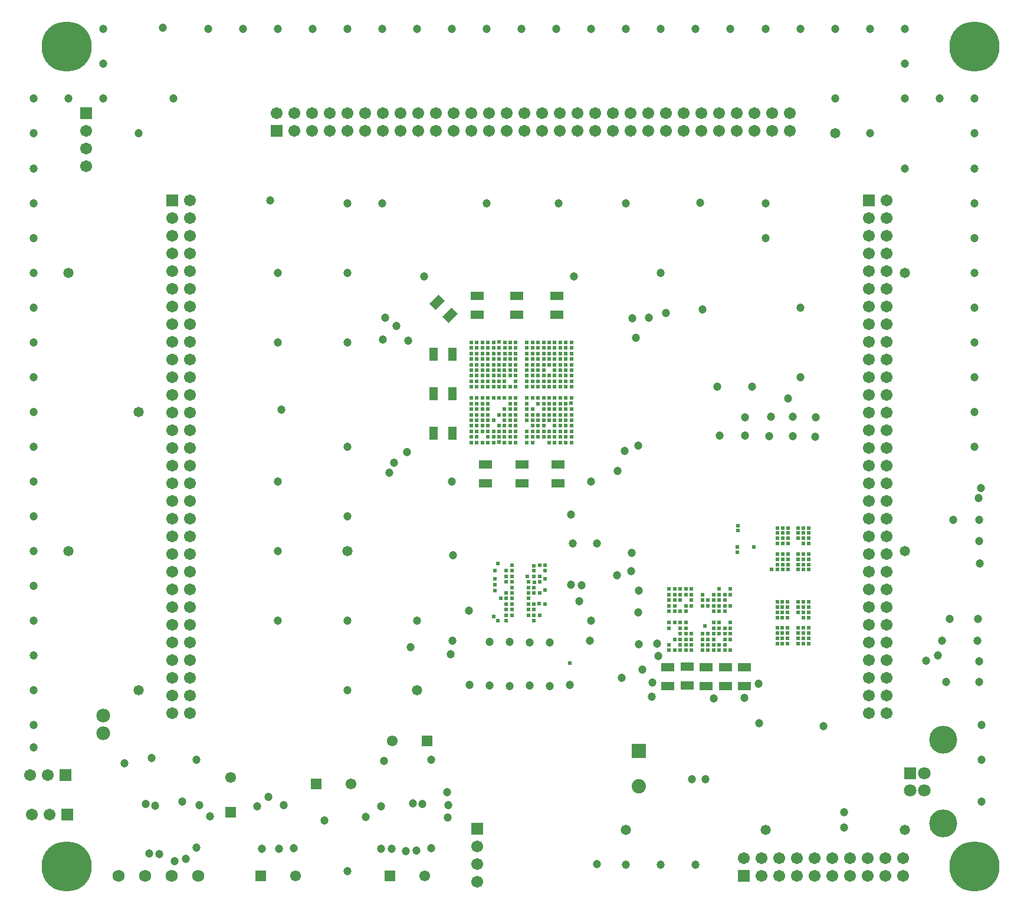
<source format=gbs>
%FSLAX44Y44*%
%MOMM*%
G71*
G01*
G75*
G04 Layer_Color=16711935*
%ADD10R,2.0000X4.0000*%
%ADD11R,0.4500X2.0000*%
%ADD12R,1.1000X1.7000*%
%ADD13C,0.4000*%
%ADD14R,1.7000X1.1000*%
%ADD15R,2.6000X1.1000*%
%ADD16R,1.5000X1.5000*%
%ADD17C,0.3600*%
%ADD18C,0.3000*%
%ADD19R,1.1000X2.6000*%
%ADD20R,0.6000X1.1500*%
%ADD21R,1.1500X0.7500*%
%ADD22R,2.0000X2.0000*%
%ADD23C,2.0000*%
%ADD24C,0.2540*%
%ADD25C,0.3048*%
%ADD26C,0.1000*%
%ADD27C,1.0000*%
%ADD28C,0.4000*%
%ADD29C,2.0000*%
%ADD30C,0.5080*%
%ADD31C,0.2000*%
%ADD32C,0.5000*%
%ADD33C,1.5240*%
%ADD34C,1.5000*%
%ADD35R,1.5000X1.5000*%
%ADD36C,3.8000*%
%ADD37C,1.6000*%
%ADD38R,1.6000X1.6000*%
%ADD39R,1.8500X1.8500*%
%ADD40C,1.8500*%
%ADD41R,1.3500X1.3500*%
%ADD42C,1.3500*%
%ADD43R,1.3500X1.3500*%
%ADD44C,1.7780*%
%ADD45C,1.0000*%
%ADD46C,1.2700*%
%ADD47C,7.0000*%
%ADD48C,1.0160*%
%ADD49C,1.1620*%
%ADD50C,1.3000*%
%ADD51C,2.7000*%
%ADD52C,1.3200*%
%ADD53C,1.2000*%
%ADD54C,1.6700*%
%ADD55C,0.9000*%
%ADD56C,0.6500*%
%ADD57C,5.4000*%
%ADD58C,0.3000*%
%ADD59C,0.0025*%
G04:AMPARAMS|DCode=60|XSize=1.7mm|YSize=1.1mm|CornerRadius=0mm|HoleSize=0mm|Usage=FLASHONLY|Rotation=225.000|XOffset=0mm|YOffset=0mm|HoleType=Round|Shape=Rectangle|*
%AMROTATEDRECTD60*
4,1,4,0.2121,0.9900,0.9900,0.2121,-0.2121,-0.9900,-0.9900,-0.2121,0.2121,0.9900,0.0*
%
%ADD60ROTATEDRECTD60*%

%ADD61C,3.0000*%
%ADD62C,0.2500*%
%ADD63C,0.1270*%
%ADD64C,0.1524*%
%ADD65C,0.2032*%
%ADD66R,2.2032X4.2032*%
%ADD67R,0.6532X2.2032*%
%ADD68R,1.3032X1.9032*%
%ADD69C,0.6032*%
%ADD70R,1.9032X1.3032*%
%ADD71R,2.8032X1.3032*%
%ADD72R,1.7032X1.7032*%
%ADD73C,0.4800*%
%ADD74C,0.5032*%
%ADD75R,1.3032X2.8032*%
%ADD76R,0.8032X1.3532*%
%ADD77R,1.3532X0.9532*%
%ADD78R,2.2032X2.2032*%
%ADD79C,2.2032*%
%ADD80C,0.4200*%
%ADD81C,1.7272*%
%ADD82C,1.7032*%
%ADD83R,1.7032X1.7032*%
%ADD84C,4.0032*%
%ADD85C,1.8032*%
%ADD86R,1.8032X1.8032*%
%ADD87R,2.0532X2.0532*%
%ADD88C,2.0532*%
%ADD89R,1.5532X1.5532*%
%ADD90C,1.5532*%
%ADD91R,1.5532X1.5532*%
%ADD92C,1.9812*%
%ADD93C,1.2032*%
%ADD94C,1.4732*%
%ADD95C,7.2032*%
G04:AMPARAMS|DCode=96|XSize=1.9032mm|YSize=1.3032mm|CornerRadius=0mm|HoleSize=0mm|Usage=FLASHONLY|Rotation=225.000|XOffset=0mm|YOffset=0mm|HoleType=Round|Shape=Rectangle|*
%AMROTATEDRECTD96*
4,1,4,0.2121,1.1336,1.1336,0.2121,-0.2121,-1.1336,-1.1336,-0.2121,0.2121,1.1336,0.0*
%
%ADD96ROTATEDRECTD96*%

D68*
X1150750Y769750D02*
D03*
X1123750D02*
D03*
X1150750Y826375D02*
D03*
X1123750D02*
D03*
X1150750Y883000D02*
D03*
X1123750D02*
D03*
D69*
X1560250Y630000D02*
D03*
Y636500D02*
D03*
X1560000Y606000D02*
D03*
Y598500D02*
D03*
X1583250Y606000D02*
D03*
X1608750Y573500D02*
D03*
X1624750Y573500D02*
D03*
X1477750Y457500D02*
D03*
X1321680Y772040D02*
D03*
X1632250Y573500D02*
D03*
X1477750Y465500D02*
D03*
X1321680Y780040D02*
D03*
X1617250Y633500D02*
D03*
X1461750Y489500D02*
D03*
X1305680Y796040D02*
D03*
X1647250Y596000D02*
D03*
X1461750Y497500D02*
D03*
X1297680Y772040D02*
D03*
X1647250Y573500D02*
D03*
X1485750Y473500D02*
D03*
X1321680Y788040D02*
D03*
X1662250Y633500D02*
D03*
X1469750Y497500D02*
D03*
X1305680Y772040D02*
D03*
X1485750Y497500D02*
D03*
X1289680Y804040D02*
D03*
X1624500Y467250D02*
D03*
X1632000D02*
D03*
X1617000Y527250D02*
D03*
X1662000D02*
D03*
X1647000Y467250D02*
D03*
Y489750D02*
D03*
X1265680Y780040D02*
D03*
X1233680Y772040D02*
D03*
X1241680D02*
D03*
X1265680Y764040D02*
D03*
Y756040D02*
D03*
X1257680D02*
D03*
X1241680Y780040D02*
D03*
X1273680D02*
D03*
X1281680D02*
D03*
X1273680Y788040D02*
D03*
Y796040D02*
D03*
X1233680Y764040D02*
D03*
X1225680D02*
D03*
Y772040D02*
D03*
X1241680Y764040D02*
D03*
X1193680Y756040D02*
D03*
X1233680Y780040D02*
D03*
X1225680D02*
D03*
X1217680D02*
D03*
X1209680Y788040D02*
D03*
X1241680Y796040D02*
D03*
X1233680Y804040D02*
D03*
Y812040D02*
D03*
X1225680Y804040D02*
D03*
X1241680Y820040D02*
D03*
X1233680Y788040D02*
D03*
X1305680Y852040D02*
D03*
X1321680D02*
D03*
Y868040D02*
D03*
X1313680Y852040D02*
D03*
Y836040D02*
D03*
X1297680Y852040D02*
D03*
X1525750Y529500D02*
D03*
X1509750Y521500D02*
D03*
X1493750D02*
D03*
X1485750D02*
D03*
X1517750D02*
D03*
Y529500D02*
D03*
X1525750Y537500D02*
D03*
X1493750Y529500D02*
D03*
Y537500D02*
D03*
Y545500D02*
D03*
X1533750Y489500D02*
D03*
X1525750Y465500D02*
D03*
X1305680Y844040D02*
D03*
X1289680Y836040D02*
D03*
Y812040D02*
D03*
X1265680Y788040D02*
D03*
X1289680Y820040D02*
D03*
Y788040D02*
D03*
X1321220Y812500D02*
D03*
X1193680Y860040D02*
D03*
Y852040D02*
D03*
Y844040D02*
D03*
X1185680Y860040D02*
D03*
Y852040D02*
D03*
Y844040D02*
D03*
X1177680Y860040D02*
D03*
Y852040D02*
D03*
Y844040D02*
D03*
Y836040D02*
D03*
X1209680Y852040D02*
D03*
X1201680D02*
D03*
X1193680Y836040D02*
D03*
X1185680D02*
D03*
X1201680D02*
D03*
X1185680Y812040D02*
D03*
Y804040D02*
D03*
X1177680D02*
D03*
Y796040D02*
D03*
Y788040D02*
D03*
Y780040D02*
D03*
Y772040D02*
D03*
Y812040D02*
D03*
X1185680Y788040D02*
D03*
X1177680Y764040D02*
D03*
Y756040D02*
D03*
Y820040D02*
D03*
Y876040D02*
D03*
Y868040D02*
D03*
X1225680Y820040D02*
D03*
X1201680Y844040D02*
D03*
X1177680Y884040D02*
D03*
X1185680D02*
D03*
Y820040D02*
D03*
X1193680Y868040D02*
D03*
Y820040D02*
D03*
X1201680Y868040D02*
D03*
Y820040D02*
D03*
X1193680Y876040D02*
D03*
X1209680Y860040D02*
D03*
X1193680Y812040D02*
D03*
X1217680Y860040D02*
D03*
X1201680Y812040D02*
D03*
X1185680Y868040D02*
D03*
X1193680Y804040D02*
D03*
X1217680Y852040D02*
D03*
X1185680Y796040D02*
D03*
X1193680Y788040D02*
D03*
X1185680Y780040D02*
D03*
X1209680Y844040D02*
D03*
X1217680D02*
D03*
X1185680Y772040D02*
D03*
X1193680Y796040D02*
D03*
X1201680D02*
D03*
X1217680Y836040D02*
D03*
X1225680Y844040D02*
D03*
X1185680Y764040D02*
D03*
X1193680Y780040D02*
D03*
X1217680Y820040D02*
D03*
X1226310Y892044D02*
D03*
X1509750Y473500D02*
D03*
X1297680Y756040D02*
D03*
Y836040D02*
D03*
X1281680D02*
D03*
X1297680Y780040D02*
D03*
X1265680Y804040D02*
D03*
X1297680Y764040D02*
D03*
X1281680D02*
D03*
X1273680Y868040D02*
D03*
X1281680Y852040D02*
D03*
X1273680D02*
D03*
X1297680Y884040D02*
D03*
Y892040D02*
D03*
Y900040D02*
D03*
X1289680D02*
D03*
X1281680Y892040D02*
D03*
X1233680Y900040D02*
D03*
X1225680Y860040D02*
D03*
X1217680Y868040D02*
D03*
Y876040D02*
D03*
X1193680Y892040D02*
D03*
X1209680Y884040D02*
D03*
X1233680Y796040D02*
D03*
X1225680D02*
D03*
X1217680D02*
D03*
X1313680Y900040D02*
D03*
X1305680D02*
D03*
Y892040D02*
D03*
X1313680Y876040D02*
D03*
X1289680Y892040D02*
D03*
X1241680Y900040D02*
D03*
X1289680Y884040D02*
D03*
X1305680Y868040D02*
D03*
X1233680Y892040D02*
D03*
X1217680Y884040D02*
D03*
X1305680Y860040D02*
D03*
X1289680Y876040D02*
D03*
X1265680Y884040D02*
D03*
X1233680D02*
D03*
X1257680D02*
D03*
X1241680D02*
D03*
X1297680Y860040D02*
D03*
X1233680Y876040D02*
D03*
X1257680D02*
D03*
X1225680Y868040D02*
D03*
X1289680Y852040D02*
D03*
X1265680Y868040D02*
D03*
X1233680D02*
D03*
X1289680Y844040D02*
D03*
X1257680Y868040D02*
D03*
X1273680Y860040D02*
D03*
X1265680D02*
D03*
X1233680D02*
D03*
X1281680Y844040D02*
D03*
X1265680Y852040D02*
D03*
X1233680D02*
D03*
X1273680Y844040D02*
D03*
X1257680Y852040D02*
D03*
X1477750Y497500D02*
D03*
X1493750Y473500D02*
D03*
Y465500D02*
D03*
X1321680Y900040D02*
D03*
X1177680D02*
D03*
X1185680Y756040D02*
D03*
Y892040D02*
D03*
Y876040D02*
D03*
X1193680Y884040D02*
D03*
X1209680Y764040D02*
D03*
X1201680Y884040D02*
D03*
X1297680Y876040D02*
D03*
X1201680D02*
D03*
X1241680Y892040D02*
D03*
X1209680Y876040D02*
D03*
X1297680Y868040D02*
D03*
X1201680Y788040D02*
D03*
Y860040D02*
D03*
X1209680Y868040D02*
D03*
X1201680Y804040D02*
D03*
X1241680Y876040D02*
D03*
X1225680Y788040D02*
D03*
X1281680Y860040D02*
D03*
X1241680Y868040D02*
D03*
X1209680Y836040D02*
D03*
Y820040D02*
D03*
X1225680Y852040D02*
D03*
X1241680D02*
D03*
X1225680Y836040D02*
D03*
X1273680Y820040D02*
D03*
X1257680Y804040D02*
D03*
X1265680Y844040D02*
D03*
X1257680D02*
D03*
X1241680D02*
D03*
X1265680Y836040D02*
D03*
X1233680D02*
D03*
X1265680Y820040D02*
D03*
X1233680D02*
D03*
X1257680Y812040D02*
D03*
Y836040D02*
D03*
Y820040D02*
D03*
X1509750Y481500D02*
D03*
X1525750Y497500D02*
D03*
X1485750Y489500D02*
D03*
X1525750Y513500D02*
D03*
X1517750Y481500D02*
D03*
X1525750Y489500D02*
D03*
Y521500D02*
D03*
X1533750Y497500D02*
D03*
X1477750Y489500D02*
D03*
Y481500D02*
D03*
X1509750Y465500D02*
D03*
X1517750D02*
D03*
X1485750D02*
D03*
X1469750Y473500D02*
D03*
X1509750Y457500D02*
D03*
X1533750Y465500D02*
D03*
X1493750Y457500D02*
D03*
X1517750D02*
D03*
X1525750D02*
D03*
X1541750Y537500D02*
D03*
Y465500D02*
D03*
X1533750Y457500D02*
D03*
X1461750Y465500D02*
D03*
X1469750Y457500D02*
D03*
X1541750D02*
D03*
X1549750Y545500D02*
D03*
Y457500D02*
D03*
X1201680Y764040D02*
D03*
Y772040D02*
D03*
Y780040D02*
D03*
X1289680Y868040D02*
D03*
X1241680Y836040D02*
D03*
X1321680Y892040D02*
D03*
X1305680Y884040D02*
D03*
X1313680Y892040D02*
D03*
Y868040D02*
D03*
X1305680Y876040D02*
D03*
X1313680Y884040D02*
D03*
X1485750Y457500D02*
D03*
X1549750Y497500D02*
D03*
X1461750Y457500D02*
D03*
X1265680Y796040D02*
D03*
X1313680Y772040D02*
D03*
X1177680Y892040D02*
D03*
X1193680Y772040D02*
D03*
X1265680Y892040D02*
D03*
X1281680Y884040D02*
D03*
Y900040D02*
D03*
X1257680Y892040D02*
D03*
Y900040D02*
D03*
X1265680D02*
D03*
X1273680D02*
D03*
Y892040D02*
D03*
Y884040D02*
D03*
Y876040D02*
D03*
X1265680D02*
D03*
X1281680D02*
D03*
Y868040D02*
D03*
X1313680Y780040D02*
D03*
X1226310Y876043D02*
D03*
Y884043D02*
D03*
Y900044D02*
D03*
X1217680Y892040D02*
D03*
X1185680Y900040D02*
D03*
X1201680Y892040D02*
D03*
X1193680Y900040D02*
D03*
X1201680D02*
D03*
X1209680D02*
D03*
Y892040D02*
D03*
X1313680Y820040D02*
D03*
X1297680D02*
D03*
Y796040D02*
D03*
X1313680D02*
D03*
X1321680Y756040D02*
D03*
Y764040D02*
D03*
X1477750Y473500D02*
D03*
X1493750Y481500D02*
D03*
X1485750D02*
D03*
X1233680Y756040D02*
D03*
X1281680Y772040D02*
D03*
X1273680D02*
D03*
Y764040D02*
D03*
X1257680D02*
D03*
X1265680Y772040D02*
D03*
X1257680Y772038D02*
D03*
Y860040D02*
D03*
X1241680D02*
D03*
X1217680Y772040D02*
D03*
X1201680Y756040D02*
D03*
X1225680D02*
D03*
X1241680D02*
D03*
X1209680D02*
D03*
Y772040D02*
D03*
X1217680Y764040D02*
D03*
Y756500D02*
D03*
X1241680Y812040D02*
D03*
X1257680Y788040D02*
D03*
X1241680D02*
D03*
X1257680Y796040D02*
D03*
X1241680Y804040D02*
D03*
X1217750Y900250D02*
D03*
X1268000Y564000D02*
D03*
X1260000Y556000D02*
D03*
X1276000D02*
D03*
X1212000Y572000D02*
D03*
X1228000Y564000D02*
D03*
X1236000Y556000D02*
D03*
X1284000Y572000D02*
D03*
X1268000D02*
D03*
X1236000D02*
D03*
X1236000Y524000D02*
D03*
X1228000D02*
D03*
X1236000Y516000D02*
D03*
X1228000D02*
D03*
X1236000Y508000D02*
D03*
X1228000D02*
D03*
X1228000Y500000D02*
D03*
X1268000Y524000D02*
D03*
X1260000Y524000D02*
D03*
Y516000D02*
D03*
X1268000Y516000D02*
D03*
X1260000Y508000D02*
D03*
X1268000Y508000D02*
D03*
Y500000D02*
D03*
X1228000Y532000D02*
D03*
Y540000D02*
D03*
X1236000D02*
D03*
X1220000Y532000D02*
D03*
X1216000Y500000D02*
D03*
X1260000Y532000D02*
D03*
Y540000D02*
D03*
X1268000D02*
D03*
Y548000D02*
D03*
X1276000Y540000D02*
D03*
X1284000Y544000D02*
D03*
Y560000D02*
D03*
Y580000D02*
D03*
X1236000Y548000D02*
D03*
X1211500Y543750D02*
D03*
X1258500Y563750D02*
D03*
X1236000Y532000D02*
D03*
X1276250Y507750D02*
D03*
X1284000Y524000D02*
D03*
X1210250Y506250D02*
D03*
X1227750Y555750D02*
D03*
X1216000Y582500D02*
D03*
X1236000Y580000D02*
D03*
X1227750Y571750D02*
D03*
X1275500Y524500D02*
D03*
X1268750Y555250D02*
D03*
X1267250Y579250D02*
D03*
X1259750Y548000D02*
D03*
X1212000Y552000D02*
D03*
Y560000D02*
D03*
X1275750Y579750D02*
D03*
X1276000Y564000D02*
D03*
X1662250Y596000D02*
D03*
X1617250Y573500D02*
D03*
X1662000Y504750D02*
D03*
X1617000D02*
D03*
X1662000Y489750D02*
D03*
X1617000D02*
D03*
X1654500Y474750D02*
D03*
X1662000Y467250D02*
D03*
X1617000D02*
D03*
X1624750Y633500D02*
D03*
X1624500Y527250D02*
D03*
X1533750Y537500D02*
D03*
X1297680Y804040D02*
D03*
X1632250Y633500D02*
D03*
X1632000Y527250D02*
D03*
X1533750Y545500D02*
D03*
X1647250Y633500D02*
D03*
X1647000Y527250D02*
D03*
X1321680Y820040D02*
D03*
X1541750Y529500D02*
D03*
X1654750Y633500D02*
D03*
X1654500Y527250D02*
D03*
X1281680Y820040D02*
D03*
X1549750Y521500D02*
D03*
X1617250Y626000D02*
D03*
X1617000Y519750D02*
D03*
X1313680Y812040D02*
D03*
X1461750Y545500D02*
D03*
X1624750Y626000D02*
D03*
X1624500Y519750D02*
D03*
X1321680Y876040D02*
D03*
X1509750Y537500D02*
D03*
X1632250Y626000D02*
D03*
X1632000Y519750D02*
D03*
X1305680Y820040D02*
D03*
X1533750Y521500D02*
D03*
X1647250Y626000D02*
D03*
X1647000Y519750D02*
D03*
X1281680Y812040D02*
D03*
X1533750Y529500D02*
D03*
X1662250Y626000D02*
D03*
X1662000Y519750D02*
D03*
X1305680Y788040D02*
D03*
X1461750Y513500D02*
D03*
X1617250Y618500D02*
D03*
X1617000Y512250D02*
D03*
X1469750Y537500D02*
D03*
X1297680Y812040D02*
D03*
X1624750Y618500D02*
D03*
X1624500Y512250D02*
D03*
X1469750Y545500D02*
D03*
X1305680Y812040D02*
D03*
X1632250Y618500D02*
D03*
X1632000Y512250D02*
D03*
X1485750Y513500D02*
D03*
X1305680Y780040D02*
D03*
X1647250Y618500D02*
D03*
X1647000Y512250D02*
D03*
X1273680Y836040D02*
D03*
X1541750Y521500D02*
D03*
X1654750Y618500D02*
D03*
X1654500Y512250D02*
D03*
X1273680Y812040D02*
D03*
X1477750Y513500D02*
D03*
X1662250Y618500D02*
D03*
X1662000Y512250D02*
D03*
X1469750Y513500D02*
D03*
X1281680Y788040D02*
D03*
X1617250Y611000D02*
D03*
X1624750D02*
D03*
X1624500Y504750D02*
D03*
X1313680Y844040D02*
D03*
X1477750Y545500D02*
D03*
X1632250Y611000D02*
D03*
X1632000Y504750D02*
D03*
X1654750Y611000D02*
D03*
X1654500Y504750D02*
D03*
X1313680Y788040D02*
D03*
X1461750Y521500D02*
D03*
X1662250Y611000D02*
D03*
X1617250Y596000D02*
D03*
X1624750D02*
D03*
X1624500Y489750D02*
D03*
X1305680Y836040D02*
D03*
X1477750Y537500D02*
D03*
X1632250Y596000D02*
D03*
X1632000Y489750D02*
D03*
X1321680Y836040D02*
D03*
X1541750Y513500D02*
D03*
X1654750Y596000D02*
D03*
X1654500Y489750D02*
D03*
X1469750Y521500D02*
D03*
X1297680Y788040D02*
D03*
X1617250Y588500D02*
D03*
X1617000Y482250D02*
D03*
X1313680Y860040D02*
D03*
X1477750Y529500D02*
D03*
X1624750Y588500D02*
D03*
X1624500Y482250D02*
D03*
X1297680Y844040D02*
D03*
X1485750Y545500D02*
D03*
X1632250Y588500D02*
D03*
X1632000Y482250D02*
D03*
X1321680Y844040D02*
D03*
X1533750Y513500D02*
D03*
X1647250Y588500D02*
D03*
X1647000Y482250D02*
D03*
X1549750Y489500D02*
D03*
X1321680Y804040D02*
D03*
X1654750Y588500D02*
D03*
X1654500Y482250D02*
D03*
X1281680Y804040D02*
D03*
X1461750Y529500D02*
D03*
X1662250Y588500D02*
D03*
X1662000Y482250D02*
D03*
X1313680Y804040D02*
D03*
X1469750Y529500D02*
D03*
X1617250Y581000D02*
D03*
X1617000Y474750D02*
D03*
X1321680Y860040D02*
D03*
X1485750Y537500D02*
D03*
X1624750Y581000D02*
D03*
X1632250D02*
D03*
X1632000Y474750D02*
D03*
X1289680Y796040D02*
D03*
X1541750Y489500D02*
D03*
X1647250Y581000D02*
D03*
X1647000Y474750D02*
D03*
X1321680Y796040D02*
D03*
X1525750Y473500D02*
D03*
X1654750Y581000D02*
D03*
X1662250D02*
D03*
X1662000Y474750D02*
D03*
X1305680Y804040D02*
D03*
X1461750Y537500D02*
D03*
X1517750Y473500D02*
D03*
X1281680Y796040D02*
D03*
X1654750Y573500D02*
D03*
X1654500Y467250D02*
D03*
X1321680Y884040D02*
D03*
X1509750Y529500D02*
D03*
X1662250Y573500D02*
D03*
X1549750Y537500D02*
D03*
X1513500Y492750D02*
D03*
X1289680Y756040D02*
D03*
X1305720Y756000D02*
D03*
X1313680Y756040D02*
D03*
Y764040D02*
D03*
X1305680D02*
D03*
X1289680D02*
D03*
Y772040D02*
D03*
X1533750Y481500D02*
D03*
X1549750D02*
D03*
X1541750D02*
D03*
X1549750Y473500D02*
D03*
X1541750D02*
D03*
X1525750Y481500D02*
D03*
X1236750Y564000D02*
D03*
X1654750Y626000D02*
D03*
X1654500Y519750D02*
D03*
X1319000Y439250D02*
D03*
X1624500Y474750D02*
D03*
D70*
X1460000Y433500D02*
D03*
Y406500D02*
D03*
X1515125Y433500D02*
D03*
Y406500D02*
D03*
X1570250Y433500D02*
D03*
Y406500D02*
D03*
X1186000Y940000D02*
D03*
Y967000D02*
D03*
X1243250Y940000D02*
D03*
Y967000D02*
D03*
X1300500Y940000D02*
D03*
Y967000D02*
D03*
X1302500Y724250D02*
D03*
Y697250D02*
D03*
X1250500Y724250D02*
D03*
Y697250D02*
D03*
X1198500Y724250D02*
D03*
Y697250D02*
D03*
X1542500Y406000D02*
D03*
Y433000D02*
D03*
X1487750Y406750D02*
D03*
Y433750D02*
D03*
D72*
X1569000Y134000D02*
D03*
X898760Y1203960D02*
D03*
X595750Y278000D02*
D03*
X598000Y221500D02*
D03*
D81*
X671750Y133500D02*
D03*
X709750D02*
D03*
X747750D02*
D03*
X785750D02*
D03*
D82*
X1569000Y159400D02*
D03*
X1594400Y134000D02*
D03*
Y159400D02*
D03*
X1619800Y134000D02*
D03*
Y159400D02*
D03*
X1645200Y134000D02*
D03*
Y159400D02*
D03*
X1670600Y134000D02*
D03*
Y159400D02*
D03*
X1696000Y134000D02*
D03*
Y159400D02*
D03*
X1721400Y134000D02*
D03*
Y159400D02*
D03*
X1746800Y134000D02*
D03*
Y159400D02*
D03*
X1772200Y134000D02*
D03*
Y159400D02*
D03*
X1797600Y134000D02*
D03*
Y159400D02*
D03*
X1533760Y1203960D02*
D03*
Y1229360D02*
D03*
X1559160Y1203960D02*
D03*
Y1229360D02*
D03*
X1584560Y1203960D02*
D03*
Y1229360D02*
D03*
X1609960Y1203960D02*
D03*
Y1229360D02*
D03*
X1635360Y1203960D02*
D03*
Y1229360D02*
D03*
X898760D02*
D03*
X924160Y1203960D02*
D03*
Y1229360D02*
D03*
X949560Y1203960D02*
D03*
Y1229360D02*
D03*
X974960Y1203960D02*
D03*
Y1229360D02*
D03*
X1000360Y1203960D02*
D03*
Y1229360D02*
D03*
X1025760Y1203960D02*
D03*
Y1229360D02*
D03*
X1051160Y1203960D02*
D03*
Y1229360D02*
D03*
X1076560Y1203960D02*
D03*
Y1229360D02*
D03*
X1101960Y1203960D02*
D03*
Y1229360D02*
D03*
X1127360Y1203960D02*
D03*
Y1229360D02*
D03*
X1152760Y1203960D02*
D03*
Y1229360D02*
D03*
X1178160Y1203960D02*
D03*
Y1229360D02*
D03*
X1203560Y1203960D02*
D03*
Y1229360D02*
D03*
X1228960Y1203960D02*
D03*
Y1229360D02*
D03*
X1254360Y1203960D02*
D03*
Y1229360D02*
D03*
X1279760Y1203960D02*
D03*
Y1229360D02*
D03*
X1305160Y1203960D02*
D03*
Y1229360D02*
D03*
X1330560Y1203960D02*
D03*
Y1229360D02*
D03*
X1355960Y1203960D02*
D03*
Y1229360D02*
D03*
X1381360Y1203960D02*
D03*
Y1229360D02*
D03*
X1406760Y1203960D02*
D03*
Y1229360D02*
D03*
X1432160Y1203960D02*
D03*
Y1229360D02*
D03*
X1457560Y1203960D02*
D03*
Y1229360D02*
D03*
X1482960Y1203960D02*
D03*
Y1229360D02*
D03*
X1508360Y1203960D02*
D03*
Y1229360D02*
D03*
X1774160Y494360D02*
D03*
X1748760D02*
D03*
X1774160Y519760D02*
D03*
X1748760D02*
D03*
X1774160Y545160D02*
D03*
X1748760D02*
D03*
X1774160Y570560D02*
D03*
X1748760D02*
D03*
X1774160Y595960D02*
D03*
X1748760D02*
D03*
X1774160Y621360D02*
D03*
X1748760D02*
D03*
X1774160Y646760D02*
D03*
X1748760D02*
D03*
X1774160Y672160D02*
D03*
X1748760D02*
D03*
X1774160Y697560D02*
D03*
X1748760D02*
D03*
X1774160Y722960D02*
D03*
X1748760D02*
D03*
X1774160Y748360D02*
D03*
X1748760D02*
D03*
X1774160Y773760D02*
D03*
X1748760D02*
D03*
X1774160Y799160D02*
D03*
X1748760D02*
D03*
X1774160Y824560D02*
D03*
X1748760D02*
D03*
X1774160Y849960D02*
D03*
X1748760D02*
D03*
X1774160Y875360D02*
D03*
X1748760D02*
D03*
X1774160Y900760D02*
D03*
X1748760D02*
D03*
X1774160Y926160D02*
D03*
X1748760D02*
D03*
X1774160Y951560D02*
D03*
X1748760D02*
D03*
X1774160Y976960D02*
D03*
X1748760D02*
D03*
X1774160Y1002360D02*
D03*
X1748760D02*
D03*
X1774160Y1027760D02*
D03*
X1748760D02*
D03*
X1774160Y1053160D02*
D03*
X1748760D02*
D03*
X1774160Y1078560D02*
D03*
X1748760D02*
D03*
X1774160Y1103960D02*
D03*
Y367360D02*
D03*
X1748760D02*
D03*
X1774160Y392760D02*
D03*
X1748760D02*
D03*
X1774160Y418160D02*
D03*
X1748760D02*
D03*
X1774160Y443560D02*
D03*
X1748760D02*
D03*
X1774160Y468960D02*
D03*
X1748760D02*
D03*
X774160Y494360D02*
D03*
X748760D02*
D03*
X774160Y519760D02*
D03*
X748760D02*
D03*
X774160Y545160D02*
D03*
X748760D02*
D03*
X774160Y570560D02*
D03*
X748760D02*
D03*
X774160Y595960D02*
D03*
X748760D02*
D03*
X774160Y621360D02*
D03*
X748760D02*
D03*
X774160Y646760D02*
D03*
X748760D02*
D03*
X774160Y672160D02*
D03*
X748760D02*
D03*
X774160Y697560D02*
D03*
X748760D02*
D03*
X774160Y722960D02*
D03*
X748760D02*
D03*
X774160Y748360D02*
D03*
X748760D02*
D03*
X774160Y773760D02*
D03*
X748760D02*
D03*
X774160Y799160D02*
D03*
X748760D02*
D03*
X774160Y824560D02*
D03*
X748760D02*
D03*
X774160Y849960D02*
D03*
X748760D02*
D03*
X774160Y875360D02*
D03*
X748760D02*
D03*
X774160Y900760D02*
D03*
X748760D02*
D03*
X774160Y926160D02*
D03*
X748760D02*
D03*
X774160Y951560D02*
D03*
X748760D02*
D03*
X774160Y976960D02*
D03*
X748760D02*
D03*
X774160Y1002360D02*
D03*
X748760D02*
D03*
X774160Y1027760D02*
D03*
X748760D02*
D03*
X774160Y1053160D02*
D03*
X748760D02*
D03*
X774160Y1078560D02*
D03*
X748760D02*
D03*
X774160Y1103960D02*
D03*
Y367360D02*
D03*
X748760D02*
D03*
X774160Y392760D02*
D03*
X748760D02*
D03*
X774160Y418160D02*
D03*
X748760D02*
D03*
X774160Y443560D02*
D03*
X748760D02*
D03*
X774160Y468960D02*
D03*
X748760D02*
D03*
X624840Y1203960D02*
D03*
Y1178560D02*
D03*
Y1153160D02*
D03*
X544950Y278000D02*
D03*
X570350D02*
D03*
X547200Y221500D02*
D03*
X572600D02*
D03*
X1186000Y176100D02*
D03*
Y150700D02*
D03*
Y125300D02*
D03*
D83*
X1748760Y1103960D02*
D03*
X748760D02*
D03*
X624840Y1229360D02*
D03*
X1186000Y201500D02*
D03*
D84*
X1855350Y208550D02*
D03*
Y328950D02*
D03*
D85*
X1828250Y256250D02*
D03*
Y281250D02*
D03*
X1808250Y256250D02*
D03*
D86*
Y281250D02*
D03*
D87*
X1418000Y312650D02*
D03*
D88*
Y261850D02*
D03*
D89*
X955000Y265500D02*
D03*
X1114250Y327250D02*
D03*
X875750Y133750D02*
D03*
X1061250D02*
D03*
D90*
X1005000Y265500D02*
D03*
X832500Y275000D02*
D03*
X1064250Y327250D02*
D03*
X925750Y133750D02*
D03*
X1111250D02*
D03*
D91*
X832500Y225000D02*
D03*
D92*
X650000Y364200D02*
D03*
Y338800D02*
D03*
D93*
X1514000Y272250D02*
D03*
X1494750Y272500D02*
D03*
X767750Y158000D02*
D03*
X751750Y155000D02*
D03*
X1099250Y170000D02*
D03*
X1084000Y169500D02*
D03*
X1906500Y441750D02*
D03*
X1904250Y471000D02*
D03*
X1864750Y502750D02*
D03*
X1853500Y471750D02*
D03*
X1830775Y442750D02*
D03*
X1321250Y652500D02*
D03*
X1151750Y594500D02*
D03*
X1438000Y411500D02*
D03*
X1590250Y409500D02*
D03*
X1407750Y571000D02*
D03*
X1418000Y543750D02*
D03*
X1417500Y512250D02*
D03*
X1423750Y429750D02*
D03*
X1418750Y466250D02*
D03*
X1445000Y467000D02*
D03*
X1446000Y449250D02*
D03*
X1393500Y418000D02*
D03*
X1387250Y565250D02*
D03*
X1500000Y150000D02*
D03*
X1000000Y400000D02*
D03*
X700000Y1200000D02*
D03*
X750000Y1250000D02*
D03*
X1700000D02*
D03*
X1800000Y1150000D02*
D03*
X1750000Y1200000D02*
D03*
X1450000Y1000000D02*
D03*
X1150000Y700000D02*
D03*
X1000000Y650000D02*
D03*
Y750000D02*
D03*
Y900000D02*
D03*
Y1000000D02*
D03*
X1650000Y850000D02*
D03*
Y950000D02*
D03*
X1600000Y1050000D02*
D03*
X1350000Y700000D02*
D03*
Y500000D02*
D03*
X1100000D02*
D03*
X1000000D02*
D03*
X900000D02*
D03*
Y600000D02*
D03*
Y700000D02*
D03*
X905250Y803250D02*
D03*
X900000Y900000D02*
D03*
Y1000000D02*
D03*
X1506750Y1100500D02*
D03*
X1600000Y1100000D02*
D03*
X1400000D02*
D03*
X1303500D02*
D03*
X1200000D02*
D03*
X1050000D02*
D03*
X1000000D02*
D03*
X889500Y1104250D02*
D03*
X650000Y1350000D02*
D03*
Y1300000D02*
D03*
Y1250000D02*
D03*
X600000D02*
D03*
X550000D02*
D03*
Y1200000D02*
D03*
Y1150000D02*
D03*
Y1100000D02*
D03*
Y1050000D02*
D03*
Y1000000D02*
D03*
Y950000D02*
D03*
Y900000D02*
D03*
Y850000D02*
D03*
Y800000D02*
D03*
Y750000D02*
D03*
Y700000D02*
D03*
Y650000D02*
D03*
Y600000D02*
D03*
Y550000D02*
D03*
Y500000D02*
D03*
Y450000D02*
D03*
Y400000D02*
D03*
Y350000D02*
D03*
Y318500D02*
D03*
X1000000Y140000D02*
D03*
X1358500Y150500D02*
D03*
X1400000Y150000D02*
D03*
X1450000D02*
D03*
X1910000Y240000D02*
D03*
Y300000D02*
D03*
Y350000D02*
D03*
X1847750Y450500D02*
D03*
X1900000Y750000D02*
D03*
Y800000D02*
D03*
Y850000D02*
D03*
Y900000D02*
D03*
Y950000D02*
D03*
Y1000000D02*
D03*
Y1050000D02*
D03*
Y1100000D02*
D03*
Y1150000D02*
D03*
Y1200000D02*
D03*
Y1250000D02*
D03*
X1850000D02*
D03*
X1800000D02*
D03*
Y1300000D02*
D03*
Y1350000D02*
D03*
X1750000D02*
D03*
X1700000D02*
D03*
X1650000D02*
D03*
X1600000D02*
D03*
X1550000D02*
D03*
X1500000D02*
D03*
X1450000D02*
D03*
X1400000D02*
D03*
X1350000D02*
D03*
X1300000D02*
D03*
X1250000D02*
D03*
X1200000D02*
D03*
X1150000D02*
D03*
X1100000D02*
D03*
X1050000D02*
D03*
X1000000D02*
D03*
X950000D02*
D03*
X900000D02*
D03*
X850000D02*
D03*
X800000D02*
D03*
X735000Y1352000D02*
D03*
X1323750Y611250D02*
D03*
X1321000Y551500D02*
D03*
X1633000Y819750D02*
D03*
X1144250Y217250D02*
D03*
X1144500Y235500D02*
D03*
X1143250Y253750D02*
D03*
X710750Y236750D02*
D03*
X724000Y234250D02*
D03*
X1048000Y233250D02*
D03*
X1026250Y218500D02*
D03*
X1909500Y691000D02*
D03*
X1906500Y645250D02*
D03*
X1907000Y614750D02*
D03*
X1907750Y582000D02*
D03*
X1905000Y502500D02*
D03*
X1906970Y412470D02*
D03*
X1064000Y172500D02*
D03*
X1570750Y792500D02*
D03*
X1148500Y452250D02*
D03*
X1090750Y461750D02*
D03*
X1859250Y411750D02*
D03*
X715250Y166000D02*
D03*
X783000Y174250D02*
D03*
X730250Y165250D02*
D03*
X877250Y172250D02*
D03*
X901500Y172500D02*
D03*
X923500Y173000D02*
D03*
X1048000Y172500D02*
D03*
X1120500Y300250D02*
D03*
X909000Y235500D02*
D03*
X967500Y213000D02*
D03*
X1052500Y299000D02*
D03*
X719266Y302734D02*
D03*
X783000Y300750D02*
D03*
X803250Y219250D02*
D03*
X787250Y235250D02*
D03*
X763250Y240250D02*
D03*
X870750Y233750D02*
D03*
X886500Y246750D02*
D03*
X1409250Y934250D02*
D03*
X1432500Y935250D02*
D03*
X1070500Y923500D02*
D03*
X1087000Y902000D02*
D03*
X1174500Y515000D02*
D03*
X1175000Y408250D02*
D03*
X1203800Y407050D02*
D03*
X1232600Y406600D02*
D03*
X1261400Y406650D02*
D03*
X1290200Y406450D02*
D03*
X1203800Y469950D02*
D03*
X1232600Y469900D02*
D03*
X1261400Y468850D02*
D03*
X1290200Y468550D02*
D03*
X1319000Y408250D02*
D03*
X1347750Y471750D02*
D03*
X1332750Y528000D02*
D03*
X1151250Y471750D02*
D03*
X1120500Y173000D02*
D03*
X1107500Y237250D02*
D03*
X1094000Y238000D02*
D03*
X1054250Y935500D02*
D03*
X1457250Y942000D02*
D03*
X1051000Y904250D02*
D03*
X1067000Y727250D02*
D03*
X1413750Y906750D02*
D03*
X1417750Y751250D02*
D03*
X1336000Y550750D02*
D03*
X1060000Y712500D02*
D03*
X1325000Y995000D02*
D03*
X1110000D02*
D03*
X1387500Y715000D02*
D03*
X1398000Y743756D02*
D03*
X1905750Y676250D02*
D03*
X1869250Y645250D02*
D03*
X1085500Y742500D02*
D03*
X680500Y295500D02*
D03*
X1534750Y765750D02*
D03*
X1570750D02*
D03*
X1605500Y765000D02*
D03*
X1639000D02*
D03*
X1671750Y764750D02*
D03*
X1712750Y202750D02*
D03*
Y225250D02*
D03*
X1683000Y348750D02*
D03*
X1591250Y353250D02*
D03*
X1408000Y597750D02*
D03*
X1607750Y792750D02*
D03*
X1639250Y792750D02*
D03*
X1672000Y792500D02*
D03*
X1509500Y947250D02*
D03*
X1526000Y388500D02*
D03*
X1570000Y389250D02*
D03*
X1437250Y391000D02*
D03*
X1358500Y611250D02*
D03*
X1581250Y836500D02*
D03*
X1531000D02*
D03*
D94*
X1800000Y1000000D02*
D03*
Y600000D02*
D03*
Y200000D02*
D03*
X1700000Y1200000D02*
D03*
X1600000Y200000D02*
D03*
X1400000D02*
D03*
X1000000Y600000D02*
D03*
X1100000Y400000D02*
D03*
X600000Y1000000D02*
D03*
X700000Y800000D02*
D03*
X600000Y600000D02*
D03*
X700000Y400000D02*
D03*
D95*
X597500Y1325000D02*
D03*
X1900000D02*
D03*
X597500Y147500D02*
D03*
X1900000D02*
D03*
D96*
X1147796Y938704D02*
D03*
X1128704Y957796D02*
D03*
M02*

</source>
